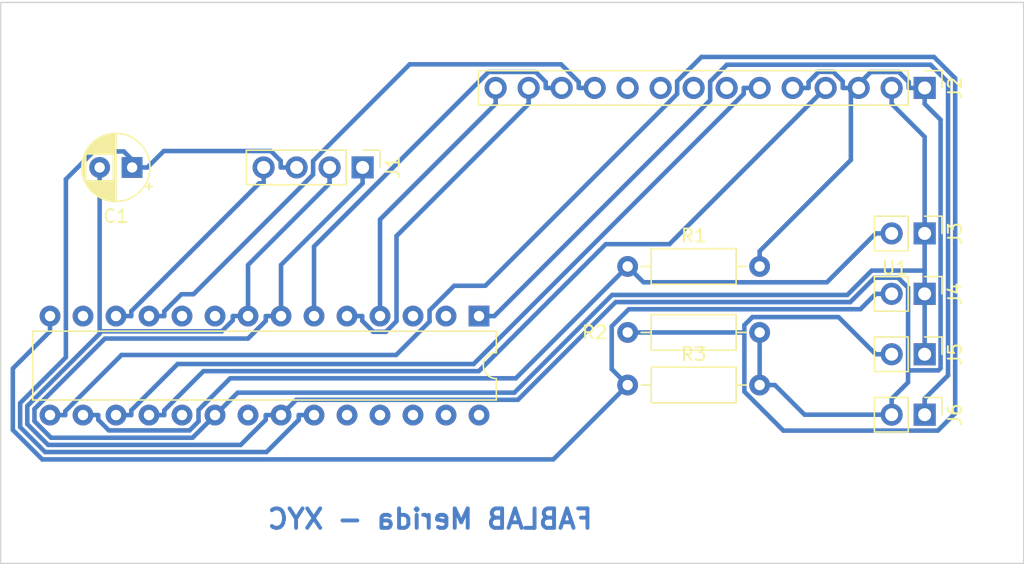
<source format=kicad_pcb>
(kicad_pcb (version 20221018) (generator pcbnew)
  (layers (0 "F.Cu" signal) (31 "B.Cu" signal) (34 "B.Paste" user) (35 "F.Paste" user) (36 "B.SilkS" user "B.Silkscreen") (37 "F.SilkS" user "F.Silkscreen") (38 "B.Mask" user) (39 "F.Mask" user) (44 "Edge.Cuts" user))
  (net 0 "")
  (net 1 "Net-(J1-Pin_3)")
  (net 2 "Net-(J1-Pin_2)")
  (net 3 "Net-(J1-Pin_1)")
  (net 4 "Net-(J1-Pin_4)")
  (net 5 "Net-(J2-Pin_4)")
  (net 6 "Net-(J2-Pin_6)")
  (net 11 "Net-(J2-Pin_11)")
  (net 12 "Net-(J2-Pin_12)")
  (net 13 "Net-(J2-Pin_13)")
  (net 14 "Net-(J2-Pin_14)")
  (net 27 "Net-(J3-Pin_2)")
  (net 28 "Net-(J4-Pin_2)")
  (net 29 "Net-(J5-Pin_2)")
  (net 30 "Net-(J6-Pin_1)")
  (footprint "Connector_PinHeader_2.54mm:PinHeader_1x02_P2.54mm_Vertical" (layer "F.Cu") (at 99.06 42.75 -90)
    (fp_text reference "J4" (at 0 -2.33 90) (layer "F.SilkS"))
    (fp_text value "Conn_01x02_Pin")
    (fp_line (start -1.33 -1.33) (end 0 -1.33) (stroke (width 0.12)) (layer "F.SilkS"))
    (fp_line (start -1.33 0) (end -1.33 -1.33) (stroke (width 0.12)) (layer "F.SilkS"))
    (fp_line (start -1.33 1.27) (end -1.33 3.87) (stroke (width 0.12)) (layer "F.SilkS"))
    (fp_line (start -1.33 1.27) (end 1.33 1.27) (stroke (width 0.12)) (layer "F.SilkS"))
    (fp_line (start -1.33 3.87) (end 1.33 3.87) (stroke (width 0.12)) (layer "F.SilkS"))
    (fp_line (start 1.33 1.27) (end 1.33 3.87) (stroke (width 0.12)) (layer "F.SilkS"))
    (pad "1" thru_hole rect (at 0 0 270) (size 1.7 1.7) (drill 1) (layers "*.Cu" "*.Mask") (net 3 "Net-(J1-Pin_1)"))
    (pad "2" thru_hole oval (at 0 2.54 270) (size 1.7 1.7) (drill 1) (layers "*.Cu" "*.Mask") (net 28 "Net-(J4-Pin_2)"))
  )
  (footprint "Connector_PinHeader_2.54mm:PinHeader_1x02_P2.54mm_Vertical" (layer "F.Cu") (at 99.06 38.1 -90)
    (fp_text reference "J3" (at 0 -2.33 90) (layer "F.SilkS"))
    (fp_text value "Conn_01x02_Pin")
    (fp_line (start -1.33 -1.33) (end 0 -1.33) (stroke (width 0.12)) (layer "F.SilkS"))
    (fp_line (start -1.33 0) (end -1.33 -1.33) (stroke (width 0.12)) (layer "F.SilkS"))
    (fp_line (start -1.33 1.27) (end -1.33 3.87) (stroke (width 0.12)) (layer "F.SilkS"))
    (fp_line (start -1.33 1.27) (end 1.33 1.27) (stroke (width 0.12)) (layer "F.SilkS"))
    (fp_line (start -1.33 3.87) (end 1.33 3.87) (stroke (width 0.12)) (layer "F.SilkS"))
    (fp_line (start 1.33 1.27) (end 1.33 3.87) (stroke (width 0.12)) (layer "F.SilkS"))
    (pad "1" thru_hole rect (at 0 0 270) (size 1.7 1.7) (drill 1) (layers "*.Cu" "*.Mask") (net 3 "Net-(J1-Pin_1)"))
    (pad "2" thru_hole oval (at 0 2.54 270) (size 1.7 1.7) (drill 1) (layers "*.Cu" "*.Mask") (net 27 "Net-(J3-Pin_2)"))
  )
  (footprint "Connector_PinHeader_2.54mm:PinHeader_1x14_P2.54mm_Vertical" (layer "F.Cu") (at 99.06 26.9 -90)
    (fp_text reference "J2" (at 0 -2.33 90) (layer "F.SilkS"))
    (fp_text value "Conn_01x14_Male")
    (fp_line (start -1.33 -1.33) (end 0 -1.33) (stroke (width 0.12)) (layer "F.SilkS"))
    (fp_line (start -1.33 0) (end -1.33 -1.33) (stroke (width 0.12)) (layer "F.SilkS"))
    (fp_line (start -1.33 1.27) (end -1.33 34.35) (stroke (width 0.12)) (layer "F.SilkS"))
    (fp_line (start -1.33 1.27) (end 1.33 1.27) (stroke (width 0.12)) (layer "F.SilkS"))
    (fp_line (start -1.33 34.35) (end 1.33 34.35) (stroke (width 0.12)) (layer "F.SilkS"))
    (fp_line (start 1.33 1.27) (end 1.33 34.35) (stroke (width 0.12)) (layer "F.SilkS"))
    (pad "1" thru_hole rect (at 0 0 270) (size 1.7 1.7) (drill 1) (layers "*.Cu" "*.Mask") (net 2 "Net-(J1-Pin_2)"))
    (pad "2" thru_hole oval (at 0 2.54 270) (size 1.7 1.7) (drill 1) (layers "*.Cu" "*.Mask") (net 3 "Net-(J1-Pin_1)"))
    (pad "3" thru_hole oval (at 0 5.08 270) (size 1.7 1.7) (drill 1) (layers "*.Cu" "*.Mask") (net 2 "Net-(J1-Pin_2)"))
    (pad "4" thru_hole oval (at 0 7.62 270) (size 1.7 1.7) (drill 1) (layers "*.Cu" "*.Mask") (net 5 "Net-(J2-Pin_4)"))
    (pad "5" thru_hole oval (at 0 10.16 270) (size 1.7 1.7) (drill 1) (layers "*.Cu" "*.Mask") (net 2 "Net-(J1-Pin_2)"))
    (pad "6" thru_hole oval (at 0 12.7 270) (size 1.7 1.7) (drill 1) (layers "*.Cu" "*.Mask") (net 6 "Net-(J2-Pin_6)"))
    (pad "7" thru_hole oval (at 0 15.24 270) (size 1.7 1.7) (drill 1) (layers "*.Cu" "*.Mask"))
    (pad "8" thru_hole oval (at 0 17.78 270) (size 1.7 1.7) (drill 1) (layers "*.Cu" "*.Mask"))
    (pad "9" thru_hole oval (at 0 20.32 270) (size 1.7 1.7) (drill 1) (layers "*.Cu" "*.Mask"))
    (pad "10" thru_hole oval (at 0 22.86 270) (size 1.7 1.7) (drill 1) (layers "*.Cu" "*.Mask"))
    (pad "11" thru_hole oval (at 0 25.4 270) (size 1.7 1.7) (drill 1) (layers "*.Cu" "*.Mask") (net 11 "Net-(J2-Pin_11)"))
    (pad "12" thru_hole oval (at 0 27.94 270) (size 1.7 1.7) (drill 1) (layers "*.Cu" "*.Mask") (net 12 "Net-(J2-Pin_12)"))
    (pad "13" thru_hole oval (at 0 30.48 270) (size 1.7 1.7) (drill 1) (layers "*.Cu" "*.Mask") (net 13 "Net-(J2-Pin_13)"))
    (pad "14" thru_hole oval (at 0 33.02 270) (size 1.7 1.7) (drill 1) (layers "*.Cu" "*.Mask") (net 14 "Net-(J2-Pin_14)"))
  )
  (footprint "Connector_PinHeader_2.54mm:PinHeader_1x04_P2.54mm_Vertical" (layer "F.Cu") (at 55.8 33.02 -90)
    (fp_text reference "J1" (at 0 -2.33 90) (layer "F.SilkS"))
    (fp_text value "Conn_01x04_Male")
    (fp_line (start -1.33 -1.33) (end 0 -1.33) (stroke (width 0.12)) (layer "F.SilkS"))
    (fp_line (start -1.33 0) (end -1.33 -1.33) (stroke (width 0.12)) (layer "F.SilkS"))
    (fp_line (start -1.33 1.27) (end -1.33 8.95) (stroke (width 0.12)) (layer "F.SilkS"))
    (fp_line (start -1.33 1.27) (end 1.33 1.27) (stroke (width 0.12)) (layer "F.SilkS"))
    (fp_line (start -1.33 8.95) (end 1.33 8.95) (stroke (width 0.12)) (layer "F.SilkS"))
    (fp_line (start 1.33 1.27) (end 1.33 8.95) (stroke (width 0.12)) (layer "F.SilkS"))
    (pad "1" thru_hole rect (at 0 0 270) (size 1.7 1.7) (drill 1) (layers "*.Cu" "*.Mask") (net 3 "Net-(J1-Pin_1)"))
    (pad "2" thru_hole oval (at 0 2.54 270) (size 1.7 1.7) (drill 1) (layers "*.Cu" "*.Mask") (net 2 "Net-(J1-Pin_2)"))
    (pad "3" thru_hole oval (at 0 5.08 270) (size 1.7 1.7) (drill 1) (layers "*.Cu" "*.Mask") (net 1 "Net-(J1-Pin_3)"))
    (pad "4" thru_hole oval (at 0 7.62 270) (size 1.7 1.7) (drill 1) (layers "*.Cu" "*.Mask") (net 4 "Net-(J1-Pin_4)"))
  )
  (footprint "Resistor_THT:R_Axial_DIN0207_L6.3mm_D2.5mm_P10.16mm_Horizontal" (layer "F.Cu") (at 76.2 40.64)
    (fp_text reference "R1" (at 5.08 -2.37) (layer "F.SilkS"))
    (fp_text value "R")
    (fp_line (start 1.04 0) (end 1.81 0) (stroke (width 0.12)) (layer "F.SilkS"))
    (fp_line (start 1.81 -1.37) (end 1.81 1.37) (stroke (width 0.12)) (layer "F.SilkS"))
    (fp_line (start 1.81 1.37) (end 8.35 1.37) (stroke (width 0.12)) (layer "F.SilkS"))
    (fp_line (start 8.35 -1.37) (end 1.81 -1.37) (stroke (width 0.12)) (layer "F.SilkS"))
    (fp_line (start 8.35 1.37) (end 8.35 -1.37) (stroke (width 0.12)) (layer "F.SilkS"))
    (fp_line (start 9.12 0) (end 8.35 0) (stroke (width 0.12)) (layer "F.SilkS"))
    (pad "1" thru_hole circle (at 0 0) (size 1.6 1.6) (drill 0.8) (layers "*.Cu" "*.Mask") (net 27 "Net-(J3-Pin_2)"))
    (pad "2" thru_hole oval (at 10.16 0) (size 1.6 1.6) (drill 0.8) (layers "*.Cu" "*.Mask") (net 2 "Net-(J1-Pin_2)"))
  )
  (footprint "Connector_PinHeader_2.54mm:PinHeader_1x02_P2.54mm_Vertical" (layer "F.Cu") (at 99.06 47.4 -90)
    (fp_text reference "J5" (at 0 -2.33 90) (layer "F.SilkS"))
    (fp_text value "Conn_01x02_Pin")
    (fp_line (start -1.33 -1.33) (end 0 -1.33) (stroke (width 0.12)) (layer "F.SilkS"))
    (fp_line (start -1.33 0) (end -1.33 -1.33) (stroke (width 0.12)) (layer "F.SilkS"))
    (fp_line (start -1.33 1.27) (end -1.33 3.87) (stroke (width 0.12)) (layer "F.SilkS"))
    (fp_line (start -1.33 1.27) (end 1.33 1.27) (stroke (width 0.12)) (layer "F.SilkS"))
    (fp_line (start -1.33 3.87) (end 1.33 3.87) (stroke (width 0.12)) (layer "F.SilkS"))
    (fp_line (start 1.33 1.27) (end 1.33 3.87) (stroke (width 0.12)) (layer "F.SilkS"))
    (pad "1" thru_hole rect (at 0 0 270) (size 1.7 1.7) (drill 1) (layers "*.Cu" "*.Mask") (net 3 "Net-(J1-Pin_1)"))
    (pad "2" thru_hole oval (at 0 2.54 270) (size 1.7 1.7) (drill 1) (layers "*.Cu" "*.Mask") (net 29 "Net-(J5-Pin_2)"))
  )
  (footprint "Connector_PinHeader_2.54mm:PinHeader_1x02_P2.54mm_Vertical" (layer "F.Cu") (at 99.06 52.05 -90)
    (fp_text reference "J6" (at 0 -2.33 90) (layer "F.SilkS"))
    (fp_text value "Conn_01x02_Pin")
    (fp_line (start -1.33 -1.33) (end 0 -1.33) (stroke (width 0.12)) (layer "F.SilkS"))
    (fp_line (start -1.33 0) (end -1.33 -1.33) (stroke (width 0.12)) (layer "F.SilkS"))
    (fp_line (start -1.33 1.27) (end -1.33 3.87) (stroke (width 0.12)) (layer "F.SilkS"))
    (fp_line (start -1.33 1.27) (end 1.33 1.27) (stroke (width 0.12)) (layer "F.SilkS"))
    (fp_line (start -1.33 3.87) (end 1.33 3.87) (stroke (width 0.12)) (layer "F.SilkS"))
    (fp_line (start 1.33 1.27) (end 1.33 3.87) (stroke (width 0.12)) (layer "F.SilkS"))
    (pad "1" thru_hole rect (at 0 0 270) (size 1.7 1.7) (drill 1) (layers "*.Cu" "*.Mask") (net 30 "Net-(J6-Pin_1)"))
    (pad "2" thru_hole oval (at 0 2.54 270) (size 1.7 1.7) (drill 1) (layers "*.Cu" "*.Mask") (net 2 "Net-(J1-Pin_2)"))
  )
  (footprint "Resistor_THT:R_Axial_DIN0207_L6.3mm_D2.5mm_P10.16mm_Horizontal" (layer "F.Cu") (at 76.2 45.72)
    (fp_text reference "R2" (at -2.54 0) (layer "F.SilkS"))
    (fp_text value "R")
    (fp_line (start 1.04 0) (end 1.81 0) (stroke (width 0.12)) (layer "F.SilkS"))
    (fp_line (start 1.81 -1.37) (end 1.81 1.37) (stroke (width 0.12)) (layer "F.SilkS"))
    (fp_line (start 1.81 1.37) (end 8.35 1.37) (stroke (width 0.12)) (layer "F.SilkS"))
    (fp_line (start 8.35 -1.37) (end 1.81 -1.37) (stroke (width 0.12)) (layer "F.SilkS"))
    (fp_line (start 8.35 1.37) (end 8.35 -1.37) (stroke (width 0.12)) (layer "F.SilkS"))
    (fp_line (start 9.12 0) (end 8.35 0) (stroke (width 0.12)) (layer "F.SilkS"))
    (pad "1" thru_hole circle (at 0 0) (size 1.6 1.6) (drill 0.8) (layers "*.Cu" "*.Mask") (net 29 "Net-(J5-Pin_2)"))
    (pad "2" thru_hole oval (at 10.16 0) (size 1.6 1.6) (drill 0.8) (layers "*.Cu" "*.Mask") (net 2 "Net-(J1-Pin_2)"))
  )
  (footprint "Resistor_THT:R_Axial_DIN0207_L6.3mm_D2.5mm_P10.16mm_Horizontal" (layer "F.Cu") (at 76.2 49.77)
    (fp_text reference "R3" (at 5.08 -2.37) (layer "F.SilkS"))
    (fp_text value "R")
    (fp_line (start 1.04 0) (end 1.81 0) (stroke (width 0.12)) (layer "F.SilkS"))
    (fp_line (start 1.81 -1.37) (end 1.81 1.37) (stroke (width 0.12)) (layer "F.SilkS"))
    (fp_line (start 1.81 1.37) (end 8.35 1.37) (stroke (width 0.12)) (layer "F.SilkS"))
    (fp_line (start 8.35 -1.37) (end 1.81 -1.37) (stroke (width 0.12)) (layer "F.SilkS"))
    (fp_line (start 8.35 1.37) (end 8.35 -1.37) (stroke (width 0.12)) (layer "F.SilkS"))
    (fp_line (start 9.12 0) (end 8.35 0) (stroke (width 0.12)) (layer "F.SilkS"))
    (pad "1" thru_hole circle (at 0 0) (size 1.6 1.6) (drill 0.8) (layers "*.Cu" "*.Mask") (net 28 "Net-(J4-Pin_2)"))
    (pad "2" thru_hole oval (at 10.16 0) (size 1.6 1.6) (drill 0.8) (layers "*.Cu" "*.Mask") (net 2 "Net-(J1-Pin_2)"))
  )
  (footprint "Capacitor_THT:CP_Radial_D5.0mm_P2.50mm" (layer "F.Cu") (at 38.06 33.02 180)
    (fp_text reference "C1" (at 1.25 -3.75) (layer "F.SilkS"))
    (fp_text value "C_Polarized_Small")
    (fp_line (start -1.554775 -1.475) (end -1.054775 -1.475) (stroke (width 0.12)) (layer "F.SilkS"))
    (fp_line (start -1.304775 -1.725) (end -1.304775 -1.225) (stroke (width 0.12)) (layer "F.SilkS"))
    (fp_line (start 1.25 -2.58) (end 1.25 2.58) (stroke (width 0.12)) (layer "F.SilkS"))
    (fp_line (start 1.29 -2.58) (end 1.29 2.58) (stroke (width 0.12)) (layer "F.SilkS"))
    (fp_line (start 1.33 -2.579) (end 1.33 2.579) (stroke (width 0.12)) (layer "F.SilkS"))
    (fp_line (start 1.37 -2.578) (end 1.37 2.578) (stroke (width 0.12)) (layer "F.SilkS"))
    (fp_line (start 1.41 -2.576) (end 1.41 2.576) (stroke (width 0.12)) (layer "F.SilkS"))
    (fp_line (start 1.45 -2.573) (end 1.45 2.573) (stroke (width 0.12)) (layer "F.SilkS"))
    (fp_line (start 1.49 -2.569) (end 1.49 -1.04) (stroke (width 0.12)) (layer "F.SilkS"))
    (fp_line (start 1.49 1.04) (end 1.49 2.569) (stroke (width 0.12)) (layer "F.SilkS"))
    (fp_line (start 1.53 -2.565) (end 1.53 -1.04) (stroke (width 0.12)) (layer "F.SilkS"))
    (fp_line (start 1.53 1.04) (end 1.53 2.565) (stroke (width 0.12)) (layer "F.SilkS"))
    (fp_line (start 1.57 -2.561) (end 1.57 -1.04) (stroke (width 0.12)) (layer "F.SilkS"))
    (fp_line (start 1.57 1.04) (end 1.57 2.561) (stroke (width 0.12)) (layer "F.SilkS"))
    (fp_line (start 1.61 -2.556) (end 1.61 -1.04) (stroke (width 0.12)) (layer "F.SilkS"))
    (fp_line (start 1.61 1.04) (end 1.61 2.556) (stroke (width 0.12)) (layer "F.SilkS"))
    (fp_line (start 1.65 -2.55) (end 1.65 -1.04) (stroke (width 0.12)) (layer "F.SilkS"))
    (fp_line (start 1.65 1.04) (end 1.65 2.55) (stroke (width 0.12)) (layer "F.SilkS"))
    (fp_line (start 1.69 -2.543) (end 1.69 -1.04) (stroke (width 0.12)) (layer "F.SilkS"))
    (fp_line (start 1.69 1.04) (end 1.69 2.543) (stroke (width 0.12)) (layer "F.SilkS"))
    (fp_line (start 1.73 -2.536) (end 1.73 -1.04) (stroke (width 0.12)) (layer "F.SilkS"))
    (fp_line (start 1.73 1.04) (end 1.73 2.536) (stroke (width 0.12)) (layer "F.SilkS"))
    (fp_line (start 1.77 -2.528) (end 1.77 -1.04) (stroke (width 0.12)) (layer "F.SilkS"))
    (fp_line (start 1.77 1.04) (end 1.77 2.528) (stroke (width 0.12)) (layer "F.SilkS"))
    (fp_line (start 1.81 -2.52) (end 1.81 -1.04) (stroke (width 0.12)) (layer "F.SilkS"))
    (fp_line (start 1.81 1.04) (end 1.81 2.52) (stroke (width 0.12)) (layer "F.SilkS"))
    (fp_line (start 1.85 -2.511) (end 1.85 -1.04) (stroke (width 0.12)) (layer "F.SilkS"))
    (fp_line (start 1.85 1.04) (end 1.85 2.511) (stroke (width 0.12)) (layer "F.SilkS"))
    (fp_line (start 1.89 -2.501) (end 1.89 -1.04) (stroke (width 0.12)) (layer "F.SilkS"))
    (fp_line (start 1.89 1.04) (end 1.89 2.501) (stroke (width 0.12)) (layer "F.SilkS"))
    (fp_line (start 1.93 -2.491) (end 1.93 -1.04) (stroke (width 0.12)) (layer "F.SilkS"))
    (fp_line (start 1.93 1.04) (end 1.93 2.491) (stroke (width 0.12)) (layer "F.SilkS"))
    (fp_line (start 1.971 -2.48) (end 1.971 -1.04) (stroke (width 0.12)) (layer "F.SilkS"))
    (fp_line (start 1.971 1.04) (end 1.971 2.48) (stroke (width 0.12)) (layer "F.SilkS"))
    (fp_line (start 2.011 -2.468) (end 2.011 -1.04) (stroke (width 0.12)) (layer "F.SilkS"))
    (fp_line (start 2.011 1.04) (end 2.011 2.468) (stroke (width 0.12)) (layer "F.SilkS"))
    (fp_line (start 2.051 -2.455) (end 2.051 -1.04) (stroke (width 0.12)) (layer "F.SilkS"))
    (fp_line (start 2.051 1.04) (end 2.051 2.455) (stroke (width 0.12)) (layer "F.SilkS"))
    (fp_line (start 2.091 -2.442) (end 2.091 -1.04) (stroke (width 0.12)) (layer "F.SilkS"))
    (fp_line (start 2.091 1.04) (end 2.091 2.442) (stroke (width 0.12)) (layer "F.SilkS"))
    (fp_line (start 2.131 -2.428) (end 2.131 -1.04) (stroke (width 0.12)) (layer "F.SilkS"))
    (fp_line (start 2.131 1.04) (end 2.131 2.428) (stroke (width 0.12)) (layer "F.SilkS"))
    (fp_line (start 2.171 -2.414) (end 2.171 -1.04) (stroke (width 0.12)) (layer "F.SilkS"))
    (fp_line (start 2.171 1.04) (end 2.171 2.414) (stroke (width 0.12)) (layer "F.SilkS"))
    (fp_line (start 2.211 -2.398) (end 2.211 -1.04) (stroke (width 0.12)) (layer "F.SilkS"))
    (fp_line (start 2.211 1.04) (end 2.211 2.398) (stroke (width 0.12)) (layer "F.SilkS"))
    (fp_line (start 2.251 -2.382) (end 2.251 -1.04) (stroke (width 0.12)) (layer "F.SilkS"))
    (fp_line (start 2.251 1.04) (end 2.251 2.382) (stroke (width 0.12)) (layer "F.SilkS"))
    (fp_line (start 2.291 -2.365) (end 2.291 -1.04) (stroke (width 0.12)) (layer "F.SilkS"))
    (fp_line (start 2.291 1.04) (end 2.291 2.365) (stroke (width 0.12)) (layer "F.SilkS"))
    (fp_line (start 2.331 -2.348) (end 2.331 -1.04) (stroke (width 0.12)) (layer "F.SilkS"))
    (fp_line (start 2.331 1.04) (end 2.331 2.348) (stroke (width 0.12)) (layer "F.SilkS"))
    (fp_line (start 2.371 -2.329) (end 2.371 -1.04) (stroke (width 0.12)) (layer "F.SilkS"))
    (fp_line (start 2.371 1.04) (end 2.371 2.329) (stroke (width 0.12)) (layer "F.SilkS"))
    (fp_line (start 2.411 -2.31) (end 2.411 -1.04) (stroke (width 0.12)) (layer "F.SilkS"))
    (fp_line (start 2.411 1.04) (end 2.411 2.31) (stroke (width 0.12)) (layer "F.SilkS"))
    (fp_line (start 2.451 -2.29) (end 2.451 -1.04) (stroke (width 0.12)) (layer "F.SilkS"))
    (fp_line (start 2.451 1.04) (end 2.451 2.29) (stroke (width 0.12)) (layer "F.SilkS"))
    (fp_line (start 2.491 -2.268) (end 2.491 -1.04) (stroke (width 0.12)) (layer "F.SilkS"))
    (fp_line (start 2.491 1.04) (end 2.491 2.268) (stroke (width 0.12)) (layer "F.SilkS"))
    (fp_line (start 2.531 -2.247) (end 2.531 -1.04) (stroke (width 0.12)) (layer "F.SilkS"))
    (fp_line (start 2.531 1.04) (end 2.531 2.247) (stroke (width 0.12)) (layer "F.SilkS"))
    (fp_line (start 2.571 -2.224) (end 2.571 -1.04) (stroke (width 0.12)) (layer "F.SilkS"))
    (fp_line (start 2.571 1.04) (end 2.571 2.224) (stroke (width 0.12)) (layer "F.SilkS"))
    (fp_line (start 2.611 -2.2) (end 2.611 -1.04) (stroke (width 0.12)) (layer "F.SilkS"))
    (fp_line (start 2.611 1.04) (end 2.611 2.2) (stroke (width 0.12)) (layer "F.SilkS"))
    (fp_line (start 2.651 -2.175) (end 2.651 -1.04) (stroke (width 0.12)) (layer "F.SilkS"))
    (fp_line (start 2.651 1.04) (end 2.651 2.175) (stroke (width 0.12)) (layer "F.SilkS"))
    (fp_line (start 2.691 -2.149) (end 2.691 -1.04) (stroke (width 0.12)) (layer "F.SilkS"))
    (fp_line (start 2.691 1.04) (end 2.691 2.149) (stroke (width 0.12)) (layer "F.SilkS"))
    (fp_line (start 2.731 -2.122) (end 2.731 -1.04) (stroke (width 0.12)) (layer "F.SilkS"))
    (fp_line (start 2.731 1.04) (end 2.731 2.122) (stroke (width 0.12)) (layer "F.SilkS"))
    (fp_line (start 2.771 -2.095) (end 2.771 -1.04) (stroke (width 0.12)) (layer "F.SilkS"))
    (fp_line (start 2.771 1.04) (end 2.771 2.095) (stroke (width 0.12)) (layer "F.SilkS"))
    (fp_line (start 2.811 -2.065) (end 2.811 -1.04) (stroke (width 0.12)) (layer "F.SilkS"))
    (fp_line (start 2.811 1.04) (end 2.811 2.065) (stroke (width 0.12)) (layer "F.SilkS"))
    (fp_line (start 2.851 -2.035) (end 2.851 -1.04) (stroke (width 0.12)) (layer "F.SilkS"))
    (fp_line (start 2.851 1.04) (end 2.851 2.035) (stroke (width 0.12)) (layer "F.SilkS"))
    (fp_line (start 2.891 -2.004) (end 2.891 -1.04) (stroke (width 0.12)) (layer "F.SilkS"))
    (fp_line (start 2.891 1.04) (end 2.891 2.004) (stroke (width 0.12)) (layer "F.SilkS"))
    (fp_line (start 2.931 -1.971) (end 2.931 -1.04) (stroke (width 0.12)) (layer "F.SilkS"))
    (fp_line (start 2.931 1.04) (end 2.931 1.971) (stroke (width 0.12)) (layer "F.SilkS"))
    (fp_line (start 2.971 -1.937) (end 2.971 -1.04) (stroke (width 0.12)) (layer "F.SilkS"))
    (fp_line (start 2.971 1.04) (end 2.971 1.937) (stroke (width 0.12)) (layer "F.SilkS"))
    (fp_line (start 3.011 -1.901) (end 3.011 -1.04) (stroke (width 0.12)) (layer "F.SilkS"))
    (fp_line (start 3.011 1.04) (end 3.011 1.901) (stroke (width 0.12)) (layer "F.SilkS"))
    (fp_line (start 3.051 -1.864) (end 3.051 -1.04) (stroke (width 0.12)) (layer "F.SilkS"))
    (fp_line (start 3.051 1.04) (end 3.051 1.864) (stroke (width 0.12)) (layer "F.SilkS"))
    (fp_line (start 3.091 -1.826) (end 3.091 -1.04) (stroke (width 0.12)) (layer "F.SilkS"))
    (fp_line (start 3.091 1.04) (end 3.091 1.826) (stroke (width 0.12)) (layer "F.SilkS"))
    (fp_line (start 3.131 -1.785) (end 3.131 -1.04) (stroke (width 0.12)) (layer "F.SilkS"))
    (fp_line (start 3.131 1.04) (end 3.131 1.785) (stroke (width 0.12)) (layer "F.SilkS"))
    (fp_line (start 3.171 -1.743) (end 3.171 -1.04) (stroke (width 0.12)) (layer "F.SilkS"))
    (fp_line (start 3.171 1.04) (end 3.171 1.743) (stroke (width 0.12)) (layer "F.SilkS"))
    (fp_line (start 3.211 -1.699) (end 3.211 -1.04) (stroke (width 0.12)) (layer "F.SilkS"))
    (fp_line (start 3.211 1.04) (end 3.211 1.699) (stroke (width 0.12)) (layer "F.SilkS"))
    (fp_line (start 3.251 -1.653) (end 3.251 -1.04) (stroke (width 0.12)) (layer "F.SilkS"))
    (fp_line (start 3.251 1.04) (end 3.251 1.653) (stroke (width 0.12)) (layer "F.SilkS"))
    (fp_line (start 3.291 -1.605) (end 3.291 -1.04) (stroke (width 0.12)) (layer "F.SilkS"))
    (fp_line (start 3.291 1.04) (end 3.291 1.605) (stroke (width 0.12)) (layer "F.SilkS"))
    (fp_line (start 3.331 -1.554) (end 3.331 -1.04) (stroke (width 0.12)) (layer "F.SilkS"))
    (fp_line (start 3.331 1.04) (end 3.331 1.554) (stroke (width 0.12)) (layer "F.SilkS"))
    (fp_line (start 3.371 -1.5) (end 3.371 -1.04) (stroke (width 0.12)) (layer "F.SilkS"))
    (fp_line (start 3.371 1.04) (end 3.371 1.5) (stroke (width 0.12)) (layer "F.SilkS"))
    (fp_line (start 3.411 -1.443) (end 3.411 -1.04) (stroke (width 0.12)) (layer "F.SilkS"))
    (fp_line (start 3.411 1.04) (end 3.411 1.443) (stroke (width 0.12)) (layer "F.SilkS"))
    (fp_line (start 3.451 -1.383) (end 3.451 -1.04) (stroke (width 0.12)) (layer "F.SilkS"))
    (fp_line (start 3.451 1.04) (end 3.451 1.383) (stroke (width 0.12)) (layer "F.SilkS"))
    (fp_line (start 3.491 -1.319) (end 3.491 -1.04) (stroke (width 0.12)) (layer "F.SilkS"))
    (fp_line (start 3.491 1.04) (end 3.491 1.319) (stroke (width 0.12)) (layer "F.SilkS"))
    (fp_line (start 3.531 -1.251) (end 3.531 -1.04) (stroke (width 0.12)) (layer "F.SilkS"))
    (fp_line (start 3.531 1.04) (end 3.531 1.251) (stroke (width 0.12)) (layer "F.SilkS"))
    (fp_line (start 3.571 -1.178) (end 3.571 1.178) (stroke (width 0.12)) (layer "F.SilkS"))
    (fp_line (start 3.611 -1.098) (end 3.611 1.098) (stroke (width 0.12)) (layer "F.SilkS"))
    (fp_line (start 3.651 -1.011) (end 3.651 1.011) (stroke (width 0.12)) (layer "F.SilkS"))
    (fp_line (start 3.691 -0.915) (end 3.691 0.915) (stroke (width 0.12)) (layer "F.SilkS"))
    (fp_line (start 3.731 -0.805) (end 3.731 0.805) (stroke (width 0.12)) (layer "F.SilkS"))
    (fp_line (start 3.771 -0.677) (end 3.771 0.677) (stroke (width 0.12)) (layer "F.SilkS"))
    (fp_line (start 3.811 -0.518) (end 3.811 0.518) (stroke (width 0.12)) (layer "F.SilkS"))
    (fp_line (start 3.851 -0.284) (end 3.851 0.284) (stroke (width 0.12)) (layer "F.SilkS"))
    (fp_circle (center 1.25 0) (end 3.87 0) (stroke (width 0.12)) (fill none) (layer "F.SilkS"))
    (pad "1" thru_hole rect (at 0 0 180) (size 1.6 1.6) (drill 0.8) (layers "*.Cu" "*.Mask") (net 1 "Net-(J1-Pin_3)"))
    (pad "2" thru_hole circle (at 2.5 0 180) (size 1.6 1.6) (drill 0.8) (layers "*.Cu" "*.Mask") (net 2 "Net-(J1-Pin_2)"))
  )
  (footprint "Package_DIP:DIP-28_W7.62mm" (layer "F.Cu") (at 64.76 44.46 -90)
    (fp_text reference "U1" (at -3.71 -32) (layer "F.SilkS"))
    (fp_text value "ATmega328P-P")
    (fp_line (start 1.16 -1.33) (end 1.16 34.35) (stroke (width 0.12)) (layer "F.SilkS"))
    (fp_line (start 1.16 34.35) (end 6.46 34.35) (stroke (width 0.12)) (layer "F.SilkS"))
    (fp_line (start 2.81 -1.33) (end 1.16 -1.33) (stroke (width 0.12)) (layer "F.SilkS"))
    (fp_line (start 6.46 -1.33) (end 4.81 -1.33) (stroke (width 0.12)) (layer "F.SilkS"))
    (fp_line (start 6.46 34.35) (end 6.46 -1.33) (stroke (width 0.12)) (layer "F.SilkS"))
    (fp_arc (start 4.81 -1.33) (mid 3.81 -0.33) (end 2.81 -1.33) (stroke (width 0.12)) (layer "F.SilkS"))
    (pad "1" thru_hole rect (at 0 0 270) (size 1.6 1.6) (drill 0.8) (layers "*.Cu" "*.Mask") (net 30 "Net-(J6-Pin_1)"))
    (pad "2" thru_hole oval (at 0 2.54 270) (size 1.6 1.6) (drill 0.8) (layers "*.Cu" "*.Mask"))
    (pad "3" thru_hole oval (at 0 5.08 270) (size 1.6 1.6) (drill 0.8) (layers "*.Cu" "*.Mask"))
    (pad "4" thru_hole oval (at 0 7.62 270) (size 1.6 1.6) (drill 0.8) (layers "*.Cu" "*.Mask") (net 14 "Net-(J2-Pin_14)"))
    (pad "5" thru_hole oval (at 0 10.16 270) (size 1.6 1.6) (drill 0.8) (layers "*.Cu" "*.Mask") (net 13 "Net-(J2-Pin_13)"))
    (pad "6" thru_hole oval (at 0 12.7 270) (size 1.6 1.6) (drill 0.8) (layers "*.Cu" "*.Mask") (net 12 "Net-(J2-Pin_12)"))
    (pad "7" thru_hole oval (at 0 15.24 270) (size 1.6 1.6) (drill 0.8) (layers "*.Cu" "*.Mask") (net 3 "Net-(J1-Pin_1)"))
    (pad "8" thru_hole oval (at 0 17.78 270) (size 1.6 1.6) (drill 0.8) (layers "*.Cu" "*.Mask") (net 2 "Net-(J1-Pin_2)"))
    (pad "9" thru_hole oval (at 0 20.32 270) (size 1.6 1.6) (drill 0.8) (layers "*.Cu" "*.Mask"))
    (pad "10" thru_hole oval (at 0 22.86 270) (size 1.6 1.6) (drill 0.8) (layers "*.Cu" "*.Mask"))
    (pad "11" thru_hole oval (at 0 25.4 270) (size 1.6 1.6) (drill 0.8) (layers "*.Cu" "*.Mask") (net 11 "Net-(J2-Pin_11)"))
    (pad "12" thru_hole oval (at 0 27.94 270) (size 1.6 1.6) (drill 0.8) (layers "*.Cu" "*.Mask") (net 4 "Net-(J1-Pin_4)"))
    (pad "13" thru_hole oval (at 0 30.48 270) (size 1.6 1.6) (drill 0.8) (layers "*.Cu" "*.Mask"))
    (pad "14" thru_hole oval (at 0 33.02 270) (size 1.6 1.6) (drill 0.8) (layers "*.Cu" "*.Mask") (net 28 "Net-(J4-Pin_2)"))
    (pad "15" thru_hole oval (at 7.62 33.02 270) (size 1.6 1.6) (drill 0.8) (layers "*.Cu" "*.Mask") (net 29 "Net-(J5-Pin_2)"))
    (pad "16" thru_hole oval (at 7.62 30.48 270) (size 1.6 1.6) (drill 0.8) (layers "*.Cu" "*.Mask") (net 27 "Net-(J3-Pin_2)"))
    (pad "17" thru_hole oval (at 7.62 27.94 270) (size 1.6 1.6) (drill 0.8) (layers "*.Cu" "*.Mask") (net 6 "Net-(J2-Pin_6)"))
    (pad "18" thru_hole oval (at 7.62 25.4 270) (size 1.6 1.6) (drill 0.8) (layers "*.Cu" "*.Mask") (net 5 "Net-(J2-Pin_4)"))
    (pad "19" thru_hole oval (at 7.62 22.86 270) (size 1.6 1.6) (drill 0.8) (layers "*.Cu" "*.Mask"))
    (pad "20" thru_hole oval (at 7.62 20.32 270) (size 1.6 1.6) (drill 0.8) (layers "*.Cu" "*.Mask") (net 3 "Net-(J1-Pin_1)"))
    (pad "21" thru_hole oval (at 7.62 17.78 270) (size 1.6 1.6) (drill 0.8) (layers "*.Cu" "*.Mask"))
    (pad "22" thru_hole oval (at 7.62 15.24 270) (size 1.6 1.6) (drill 0.8) (layers "*.Cu" "*.Mask") (net 2 "Net-(J1-Pin_2)"))
    (pad "23" thru_hole oval (at 7.62 12.7 270) (size 1.6 1.6) (drill 0.8) (layers "*.Cu" "*.Mask") (net 1 "Net-(J1-Pin_3)"))
    (pad "24" thru_hole oval (at 7.62 10.16 270) (size 1.6 1.6) (drill 0.8) (layers "*.Cu" "*.Mask"))
    (pad "25" thru_hole oval (at 7.62 7.62 270) (size 1.6 1.6) (drill 0.8) (layers "*.Cu" "*.Mask"))
    (pad "26" thru_hole oval (at 7.62 5.08 270) (size 1.6 1.6) (drill 0.8) (layers "*.Cu" "*.Mask"))
    (pad "27" thru_hole oval (at 7.62 2.54 270) (size 1.6 1.6) (drill 0.8) (layers "*.Cu" "*.Mask"))
    (pad "28" thru_hole oval (at 7.62 0 270) (size 1.6 1.6) (drill 0.8) (layers "*.Cu" "*.Mask"))
  )
  (gr_rect (start 27.94 20.32) (end 106.68 63.5) (stroke (width 0.1)) (fill none) (layer "Edge.Cuts"))
  (gr_text "FABLAB Merida - XYC" (at 73.66 60.96) (layer "B.Cu") (effects (font (size 1.5 1.5) (thickness 0.3) bold) (justify left bottom mirror)))
  (segment (start 35.104 31.7866) (end 32.9611 33.9295) (width 0.35) (layer "B.Cu") (net 1))
  (segment (start 38.6476 33.02) (end 37.4142 31.7866) (width 0.35) (layer "B.Cu") (net 1))
  (segment (start 38.6476 33.02) (end 39.2351 33.02) (width 0.35) (layer "B.Cu") (net 1))
  (segment (start 40.4975 31.7576) (end 48.7402 31.7576) (width 0.35) (layer "B.Cu") (net 1))
  (segment (start 32.9611 33.9295) (end 32.9611 47.6376) (width 0.35) (layer "B.Cu") (net 1))
  (segment (start 50.72 33.02) (end 49.4949 33.02) (width 0.35) (layer "B.Cu") (net 1))
  (segment (start 37.4142 31.7866) (end 35.104 31.7866) (width 0.35) (layer "B.Cu") (net 1))
  (segment (start 50.8849 52.4452) (end 50.8849 52.08) (width 0.35) (layer "B.Cu") (net 1))
  (segment (start 29.4423 51.1564) (end 29.4423 53.0049) (width 0.35) (layer "B.Cu") (net 1))
  (segment (start 32.9611 47.6376) (end 29.4423 51.1564) (width 0.35) (layer "B.Cu") (net 1))
  (segment (start 38.06 33.02) (end 38.6476 33.02) (width 0.35) (layer "B.Cu") (net 1))
  (segment (start 31.3623 54.9249) (end 48.4052 54.9249) (width 0.35) (layer "B.Cu") (net 1))
  (segment (start 48.4052 54.9249) (end 50.8849 52.4452) (width 0.35) (layer "B.Cu") (net 1))
  (segment (start 39.2351 33.02) (end 40.4975 31.7576) (width 0.35) (layer "B.Cu") (net 1))
  (segment (start 52.06 52.08) (end 50.8849 52.08) (width 0.35) (layer "B.Cu") (net 1))
  (segment (start 29.4423 53.0049) (end 31.3623 54.9249) (width 0.35) (layer "B.Cu") (net 1))
  (segment (start 48.7402 31.7576) (end 49.4949 32.5123) (width 0.35) (layer "B.Cu") (net 1))
  (segment (start 49.4949 32.5123) (end 49.4949 33.02) (width 0.35) (layer "B.Cu") (net 1))
  (segment (start 86.36 40.64) (end 86.36 39.4649) (width 0.35) (layer "B.Cu") (net 2))
  (segment (start 88.9 26.9) (end 90.1251 26.9) (width 0.35) (layer "B.Cu") (net 2))
  (segment (start 92.7549 26.3923) (end 92.7549 26.9) (width 0.35) (layer "B.Cu") (net 2))
  (segment (start 46.4153 54.3748) (end 48.3449 52.4452) (width 0.35) (layer "B.Cu") (net 2))
  (segment (start 75.2775 43.3828) (end 93.3363 43.3828) (width 0.35) (layer "B.Cu") (net 2))
  (segment (start 53.26 34.2451) (end 46.98 40.5251) (width 0.35) (layer "B.Cu") (net 2))
  (segment (start 93.3363 43.3828) (end 95.2113 41.5078) (width 0.35) (layer "B.Cu") (net 2))
  (segment (start 31.5902 54.3748) (end 46.4153 54.3748) (width 0.35) (layer "B.Cu") (net 2))
  (segment (start 96.52 52.05) (end 96.52 50.8249) (width 0.35) (layer "B.Cu") (net 2))
  (segment (start 99.06 26.9) (end 97.8349 26.9) (width 0.35) (layer "B.Cu") (net 2))
  (segment (start 86.36 49.77) (end 87.5351 49.77) (width 0.35) (layer "B.Cu") (net 2))
  (segment (start 49.52 52.08) (end 50.6952 50.9048) (width 0.35) (layer "B.Cu") (net 2))
  (segment (start 97.0693 25.6749) (end 97.8349 26.4405) (width 0.35) (layer "B.Cu") (net 2))
  (segment (start 99.06 26.9) (end 99.06 28.1251) (width 0.35) (layer "B.Cu") (net 2))
  (segment (start 93.3818 26.9) (end 93.3818 32.4431) (width 0.35) (layer "B.Cu") (net 2))
  (segment (start 100.2851 29.3502) (end 99.06 28.1251) (width 0.35) (layer "B.Cu") (net 2))
  (segment (start 93.3818 26.9) (end 92.7549 26.9) (width 0.35) (layer "B.Cu") (net 2))
  (segment (start 44.9612 45.6351) (end 45.8049 44.7914) (width 0.35) (layer "B.Cu") (net 2))
  (segment (start 46.98 40.5251) (end 46.98 44.46) (width 0.35) (layer "B.Cu") (net 2))
  (segment (start 94.906 25.6749) (end 97.0693 25.6749) (width 0.35) (layer "B.Cu") (net 2))
  (segment (start 92.0275 25.6649) (end 92.7549 26.3923) (width 0.35) (layer "B.Cu") (net 2))
  (segment (start 100.1208 48.6405) (end 100.2851 48.4762) (width 0.35) (layer "B.Cu") (net 2))
  (segment (start 89.8151 52.05) (end 87.5351 49.77) (width 0.35) (layer "B.Cu") (net 2))
  (segment (start 48.9325 52.08) (end 49.52 52.08) (width 0.35) (layer "B.Cu") (net 2))
  (segment (start 48.3449 52.4452) (end 48.3449 52.08) (width 0.35) (layer "B.Cu") (net 2))
  (segment (start 97.8349 26.4405) (end 97.8349 26.9) (width 0.35) (layer "B.Cu") (net 2))
  (segment (start 93.6809 26.9) (end 94.906 25.6749) (width 0.35) (layer "B.Cu") (net 2))
  (segment (start 90.1251 26.9) (end 90.1251 26.4406) (width 0.35) (layer "B.Cu") (net 2))
  (segment (start 90.9008 25.6649) (end 92.0275 25.6649) (width 0.35) (layer "B.Cu") (net 2))
  (segment (start 93.98 26.9) (end 93.6809 26.9) (width 0.35) (layer "B.Cu") (net 2))
  (segment (start 97.7835 49.5614) (end 96.52 50.8249) (width 0.35) (layer "B.Cu") (net 2))
  (segment (start 97.7835 42.2765) (end 97.7835 48.6405) (width 0.35) (layer "B.Cu") (net 2))
  (segment (start 95.2113 41.5078) (end 97.0148 41.5078) (width 0.35) (layer "B.Cu") (net 2))
  (segment (start 48.9325 52.08) (end 48.3449 52.08) (width 0.35) (layer "B.Cu") (net 2))
  (segment (start 35.56 33.02) (end 35.56 45.6351) (width 0.35) (layer "B.Cu") (net 2))
  (segment (start 93.6809 26.9) (end 93.3818 26.9) (width 0.35) (layer "B.Cu") (net 2))
  (segment (start 35.56 45.6351) (end 44.9612 45.6351) (width 0.35) (layer "B.Cu") (net 2))
  (segment (start 35.56 45.6351) (end 35.56 45.8167) (width 0.35) (layer "B.Cu") (net 2))
  (segment (start 67.7555 50.9048) (end 75.2775 43.3828) (width 0.35) (layer "B.Cu") (net 2))
  (segment (start 50.6952 50.9048) (end 67.7555 50.9048) (width 0.35) (layer "B.Cu") (net 2))
  (segment (start 97.7835 48.6405) (end 97.7835 49.5614) (width 0.35) (layer "B.Cu") (net 2))
  (segment (start 93.3818 32.4431) (end 86.36 39.4649) (width 0.35) (layer "B.Cu") (net 2))
  (segment (start 35.56 45.8167) (end 29.9924 51.3843) (width 0.35) (layer "B.Cu") (net 2))
  (segment (start 53.26 33.02) (end 53.26 34.2451) (width 0.35) (layer "B.Cu") (net 2))
  (segment (start 29.9924 51.3843) (end 29.9924 52.777) (width 0.35) (layer "B.Cu") (net 2))
  (segment (start 97.0148 41.5078) (end 97.7835 42.2765) (width 0.35) (layer "B.Cu") (net 2))
  (segment (start 100.2851 48.4762) (end 100.2851 29.3502) (width 0.35) (layer "B.Cu") (net 2))
  (segment (start 90.1251 26.4406) (end 90.9008 25.6649) (width 0.35) (layer "B.Cu") (net 2))
  (segment (start 97.7835 48.6405) (end 100.1208 48.6405) (width 0.35) (layer "B.Cu") (net 2))
  (segment (start 86.36 45.72) (end 86.36 49.77) (width 0.35) (layer "B.Cu") (net 2))
  (segment (start 46.98 44.46) (end 45.8049 44.46) (width 0.35) (layer "B.Cu") (net 2))
  (segment (start 45.8049 44.7914) (end 45.8049 44.46) (width 0.35) (layer "B.Cu") (net 2))
  (segment (start 29.9924 52.777) (end 31.5902 54.3748) (width 0.35) (layer "B.Cu") (net 2))
  (segment (start 96.52 52.05) (end 89.8151 52.05) (width 0.35) (layer "B.Cu") (net 2))
  (segment (start 99.06 42.75) (end 99.06 40.9577) (width 0.35) (layer "B.Cu") (net 3))
  (segment (start 48.3449 44.46) (end 48.3449 44.8252) (width 0.35) (layer "B.Cu") (net 3))
  (segment (start 35.9628 46.1919) (end 30.5425 51.6122) (width 0.35) (layer "B.Cu") (net 3))
  (segment (start 48.3449 44.8252) (end 46.9782 46.1919) (width 0.35) (layer "B.Cu") (net 3))
  (segment (start 67.4806 50.3547) (end 46.1837 50.3547) (width 0.35) (layer "B.Cu") (net 3))
  (segment (start 75.0026 42.8327) (end 67.4806 50.3547) (width 0.35) (layer "B.Cu") (net 3))
  (segment (start 99.06 30.6651) (end 99.06 38.1) (width 0.35) (layer "B.Cu") (net 3))
  (segment (start 49.52 44.46) (end 48.3449 44.46) (width 0.35) (layer "B.Cu") (net 3))
  (segment (start 31.8181 53.8247) (end 42.7137 53.8247) (width 0.35) (layer "B.Cu") (net 3))
  (segment (start 94.9834 40.9577) (end 93.1084 42.8327) (width 0.35) (layer "B.Cu") (net 3))
  (segment (start 30.5425 52.5491) (end 31.8181 53.8247) (width 0.35) (layer "B.Cu") (net 3))
  (segment (start 99.06 40.9577) (end 99.06 38.1) (width 0.35) (layer "B.Cu") (net 3))
  (segment (start 46.1837 50.3547) (end 44.4584 52.08) (width 0.35) (layer "B.Cu") (net 3))
  (segment (start 96.52 28.1251) (end 99.06 30.6651) (width 0.35) (layer "B.Cu") (net 3))
  (segment (start 46.9782 46.1919) (end 35.9628 46.1919) (width 0.35) (layer "B.Cu") (net 3))
  (segment (start 55.8 34.2451) (end 49.52 40.5251) (width 0.35) (layer "B.Cu") (net 3))
  (segment (start 99.06 42.75) (end 99.06 47.4) (width 0.35) (layer "B.Cu") (net 3))
  (segment (start 44.44 52.08) (end 44.4584 52.08) (width 0.35) (layer "B.Cu") (net 3))
  (segment (start 49.52 40.5251) (end 49.52 44.46) (width 0.35) (layer "B.Cu") (net 3))
  (segment (start 55.8 33.02) (end 55.8 34.2451) (width 0.35) (layer "B.Cu") (net 3))
  (segment (start 96.52 26.9) (end 96.52 28.1251) (width 0.35) (layer "B.Cu") (net 3))
  (segment (start 99.06 40.9577) (end 94.9834 40.9577) (width 0.35) (layer "B.Cu") (net 3))
  (segment (start 30.5425 51.6122) (end 30.5425 52.5491) (width 0.35) (layer "B.Cu") (net 3))
  (segment (start 93.1084 42.8327) (end 75.0026 42.8327) (width 0.35) (layer "B.Cu") (net 3))
  (segment (start 42.7137 53.8247) (end 44.4584 52.08) (width 0.35) (layer "B.Cu") (net 3))
  (segment (start 48.18 34.2451) (end 47.8372 34.2451) (width 0.35) (layer "B.Cu") (net 4))
  (segment (start 36.82 44.46) (end 37.9951 44.46) (width 0.35) (layer "B.Cu") (net 4))
  (segment (start 37.9951 44.0872) (end 37.9951 44.46) (width 0.35) (layer "B.Cu") (net 4))
  (segment (start 47.8372 34.2451) (end 37.9951 44.0872) (width 0.35) (layer "B.Cu") (net 4))
  (segment (start 48.18 33.02) (end 48.18 34.2451) (width 0.35) (layer "B.Cu") (net 4))
  (segment (start 79.4148 38.9252) (end 74.515 38.9252) (width 0.35) (layer "B.Cu") (net 5))
  (segment (start 91.44 26.9) (end 79.4148 38.9252) (width 0.35) (layer "B.Cu") (net 5))
  (segment (start 40.5351 51.7146) (end 40.5351 52.08) (width 0.35) (layer "B.Cu") (net 5))
  (segment (start 64.7401 48.7001) (end 43.5496 48.7001) (width 0.35) (layer "B.Cu") (net 5))
  (segment (start 39.36 52.08) (end 40.5351 52.08) (width 0.35) (layer "B.Cu") (net 5))
  (segment (start 74.515 38.9252) (end 64.7401 48.7001) (width 0.35) (layer "B.Cu") (net 5))
  (segment (start 43.5496 48.7001) (end 40.5351 51.7146) (width 0.35) (layer "B.Cu") (net 5))
  (segment (start 41.5597 48.15) (end 37.9951 51.7146) (width 0.35) (layer "B.Cu") (net 6))
  (segment (start 37.9951 51.7146) (end 37.9951 52.08) (width 0.35) (layer "B.Cu") (net 6))
  (segment (start 86.36 26.9) (end 85.1349 26.9) (width 0.35) (layer "B.Cu") (net 6))
  (segment (start 85.1349 27.3594) (end 64.3443 48.15) (width 0.35) (layer "B.Cu") (net 6))
  (segment (start 64.3443 48.15) (end 41.5597 48.15) (width 0.35) (layer "B.Cu") (net 6))
  (segment (start 85.1349 26.9) (end 85.1349 27.3594) (width 0.35) (layer "B.Cu") (net 6))
  (segment (start 36.82 52.08) (end 37.9951 52.08) (width 0.35) (layer "B.Cu") (net 6))
  (segment (start 71.0782 25.0839) (end 59.423 25.0839) (width 0.35) (layer "B.Cu") (net 11))
  (segment (start 72.4349 26.9) (end 72.4349 26.4406) (width 0.35) (layer "B.Cu") (net 11))
  (segment (start 40.5351 44.0947) (end 40.5351 44.46) (width 0.35) (layer "B.Cu") (net 11))
  (segment (start 72.4349 26.4406) (end 71.0782 25.0839) (width 0.35) (layer "B.Cu") (net 11))
  (segment (start 51.99 32.5169) (end 51.99 33.5727) (width 0.35) (layer "B.Cu") (net 11))
  (segment (start 41.8506 42.7792) (end 40.5351 44.0947) (width 0.35) (layer "B.Cu") (net 11))
  (segment (start 73.66 26.9) (end 72.4349 26.9) (width 0.35) (layer "B.Cu") (net 11))
  (segment (start 42.7835 42.7792) (end 41.8506 42.7792) (width 0.35) (layer "B.Cu") (net 11))
  (segment (start 59.423 25.0839) (end 51.99 32.5169) (width 0.35) (layer "B.Cu") (net 11))
  (segment (start 39.36 44.46) (end 40.5351 44.46) (width 0.35) (layer "B.Cu") (net 11))
  (segment (start 51.99 33.5727) (end 42.7835 42.7792) (width 0.35) (layer "B.Cu") (net 11))
  (segment (start 65.4944 25.6715) (end 52.06 39.1059) (width 0.35) (layer "B.Cu") (net 12))
  (segment (start 69.8949 26.9) (end 69.8949 26.4406) (width 0.35) (layer "B.Cu") (net 12))
  (segment (start 69.8949 26.4406) (end 69.1258 25.6715) (width 0.35) (layer "B.Cu") (net 12))
  (segment (start 52.06 39.1059) (end 52.06 44.46) (width 0.35) (layer "B.Cu") (net 12))
  (segment (start 71.12 26.9) (end 69.8949 26.9) (width 0.35) (layer "B.Cu") (net 12))
  (segment (start 69.1258 25.6715) (end 65.4944 25.6715) (width 0.35) (layer "B.Cu") (net 12))
  (segment (start 58.41 44.8542) (end 57.5918 45.6724) (width 0.35) (layer "B.Cu") (net 13))
  (segment (start 68.58 28.1251) (end 58.41 38.2951) (width 0.35) (layer "B.Cu") (net 13))
  (segment (start 54.6 44.46) (end 55.7751 44.46) (width 0.35) (layer "B.Cu") (net 13))
  (segment (start 58.41 38.2951) (end 58.41 44.8542) (width 0.35) (layer "B.Cu") (net 13))
  (segment (start 56.6222 45.6724) (end 55.7751 44.8253) (width 0.35) (layer "B.Cu") (net 13))
  (segment (start 57.5918 45.6724) (end 56.6222 45.6724) (width 0.35) (layer "B.Cu") (net 13))
  (segment (start 68.58 26.9) (end 68.58 28.1251) (width 0.35) (layer "B.Cu") (net 13))
  (segment (start 55.7751 44.8253) (end 55.7751 44.46) (width 0.35) (layer "B.Cu") (net 13))
  (segment (start 57.14 44.46) (end 57.14 37.0251) (width 0.35) (layer "B.Cu") (net 14))
  (segment (start 66.04 26.9) (end 66.04 28.1251) (width 0.35) (layer "B.Cu") (net 14))
  (segment (start 57.14 37.0251) (end 66.04 28.1251) (width 0.35) (layer "B.Cu") (net 14))
  (segment (start 43.17 51.688) (end 43.17 52.5696) (width 0.35) (layer "B.Cu") (net 27))
  (segment (start 45.6078 49.2502) (end 43.17 51.688) (width 0.35) (layer "B.Cu") (net 27))
  (segment (start 77.4187 41.8587) (end 76.2 40.64) (width 0.35) (layer "B.Cu") (net 27))
  (segment (start 76.2 40.64) (end 67.5898 49.2502) (width 0.35) (layer "B.Cu") (net 27))
  (segment (start 96.52 38.1) (end 95.2949 38.1) (width 0.35) (layer "B.Cu") (net 27))
  (segment (start 35.4551 52.4453) (end 35.4551 52.08) (width 0.35) (layer "B.Cu") (net 27))
  (segment (start 95.2949 38.1) (end 91.5362 41.8587) (width 0.35) (layer "B.Cu") (net 27))
  (segment (start 43.17 52.5696) (end 42.4794 53.2602) (width 0.35) (layer "B.Cu") (net 27))
  (segment (start 67.5898 49.2502) (end 45.6078 49.2502) (width 0.35) (layer "B.Cu") (net 27))
  (segment (start 34.28 52.08) (end 35.4551 52.08) (width 0.35) (layer "B.Cu") (net 27))
  (segment (start 91.5362 41.8587) (end 77.4187 41.8587) (width 0.35) (layer "B.Cu") (net 27))
  (segment (start 36.27 53.2602) (end 35.4551 52.4453) (width 0.35) (layer "B.Cu") (net 27))
  (segment (start 42.4794 53.2602) (end 36.27 53.2602) (width 0.35) (layer "B.Cu") (net 27))
  (segment (start 76.2843 43.933) (end 74.9717 45.2456) (width 0.35) (layer "B.Cu") (net 28))
  (segment (start 70.4771 55.4929) (end 76.2 49.77) (width 0.35) (layer "B.Cu") (net 28))
  (segment (start 28.8773 53.2257) (end 31.1445 55.4929) (width 0.35) (layer "B.Cu") (net 28))
  (segment (start 74.9717 48.5417) (end 76.2 49.77) (width 0.35) (layer "B.Cu") (net 28))
  (segment (start 95.2949 42.75) (end 94.1119 43.933) (width 0.35) (layer "B.Cu") (net 28))
  (segment (start 31.74 45.6351) (end 28.8773 48.4978) (width 0.35) (layer "B.Cu") (net 28))
  (segment (start 96.52 42.75) (end 95.2949 42.75) (width 0.35) (layer "B.Cu") (net 28))
  (segment (start 28.8773 48.4978) (end 28.8773 53.2257) (width 0.35) (layer "B.Cu") (net 28))
  (segment (start 31.74 44.46) (end 31.74 45.6351) (width 0.35) (layer "B.Cu") (net 28))
  (segment (start 94.1119 43.933) (end 76.2843 43.933) (width 0.35) (layer "B.Cu") (net 28))
  (segment (start 74.9717 45.2456) (end 74.9717 48.5417) (width 0.35) (layer "B.Cu") (net 28))
  (segment (start 31.1445 55.4929) (end 70.4771 55.4929) (width 0.35) (layer "B.Cu") (net 28))
  (segment (start 80.01 27.3641) (end 65.2472 42.1269) (width 0.35) (layer "B.Cu") (net 29))
  (segment (start 58.3828 47.4547) (end 37.2429 47.4547) (width 0.35) (layer "B.Cu") (net 29))
  (segment (start 95.2949 47.4) (end 92.4327 44.5378) (width 0.35) (layer "B.Cu") (net 29))
  (segment (start 37.2429 47.4547) (end 32.9151 51.7825) (width 0.35) (layer "B.Cu") (net 29))
  (segment (start 60.95 44.8875) (end 58.3828 47.4547) (width 0.35) (layer "B.Cu") (net 29))
  (segment (start 101.4101 51.9421) (end 101.4101 26.1502) (width 0.35) (layer "B.Cu") (net 29))
  (segment (start 92.4327 44.5378) (end 85.8018 44.5378) (width 0.35) (layer "B.Cu") (net 29))
  (segment (start 80.01 26.3855) (end 80.01 27.3641) (width 0.35) (layer "B.Cu") (net 29))
  (segment (start 88.1841 53.2752) (end 100.077 53.2752) (width 0.35) (layer "B.Cu") (net 29))
  (segment (start 81.8812 24.5143) (end 80.01 26.3855) (width 0.35) (layer "B.Cu") (net 29))
  (segment (start 96.52 47.4) (end 95.2949 47.4) (width 0.35) (layer "B.Cu") (net 29))
  (segment (start 85.1846 45.72) (end 85.1846 50.2757) (width 0.35) (layer "B.Cu") (net 29))
  (segment (start 99.7742 24.5143) (end 81.8812 24.5143) (width 0.35) (layer "B.Cu") (net 29))
  (segment (start 31.74 52.08) (end 32.9151 52.08) (width 0.35) (layer "B.Cu") (net 29))
  (segment (start 60.95 44.0244) (end 60.95 44.8875) (width 0.35) (layer "B.Cu") (net 29))
  (segment (start 101.4101 26.1502) (end 99.7742 24.5143) (width 0.35) (layer "B.Cu") (net 29))
  (segment (start 62.8475 42.1269) (end 60.95 44.0244) (width 0.35) (layer "B.Cu") (net 29))
  (segment (start 100.077 53.2752) (end 101.4101 51.9421) (width 0.35) (layer "B.Cu") (net 29))
  (segment (start 32.9151 51.7825) (end 32.9151 52.08) (width 0.35) (layer "B.Cu") (net 29))
  (segment (start 85.8018 44.5378) (end 85.1846 45.155) (width 0.35) (layer "B.Cu") (net 29))
  (segment (start 85.1846 45.72) (end 76.2 45.72) (width 0.35) (layer "B.Cu") (net 29))
  (segment (start 85.1846 50.2757) (end 88.1841 53.2752) (width 0.35) (layer "B.Cu") (net 29))
  (segment (start 85.1846 45.155) (end 85.1846 45.72) (width 0.35) (layer "B.Cu") (net 29))
  (segment (start 65.2472 42.1269) (end 62.8475 42.1269) (width 0.35) (layer "B.Cu") (net 29))
  (segment (start 100.86 26.466) (end 99.5086 25.1146) (width 0.35) (layer "B.Cu") (net 30))
  (segment (start 64.76 44.46) (end 65.9351 44.46) (width 0.35) (layer "B.Cu") (net 30))
  (segment (start 99.06 52.05) (end 99.06 50.8249) (width 0.35) (layer "B.Cu") (net 30))
  (segment (start 83.8422 25.1146) (end 82.55 26.4068) (width 0.35) (layer "B.Cu") (net 30))
  (segment (start 82.55 26.4068) (end 82.55 27.8451) (width 0.35) (layer "B.Cu") (net 30))
  (segment (start 99.06 50.8249) (end 100.86 49.0249) (width 0.35) (layer "B.Cu") (net 30))
  (segment (start 100.86 49.0249) (end 100.86 26.466) (width 0.35) (layer "B.Cu") (net 30))
  (segment (start 82.55 27.8451) (end 65.9351 44.46) (width 0.35) (layer "B.Cu") (net 30))
  (segment (start 99.5086 25.1146) (end 83.8422 25.1146) (width 0.35) (layer "B.Cu") (net 30))
)
</source>
